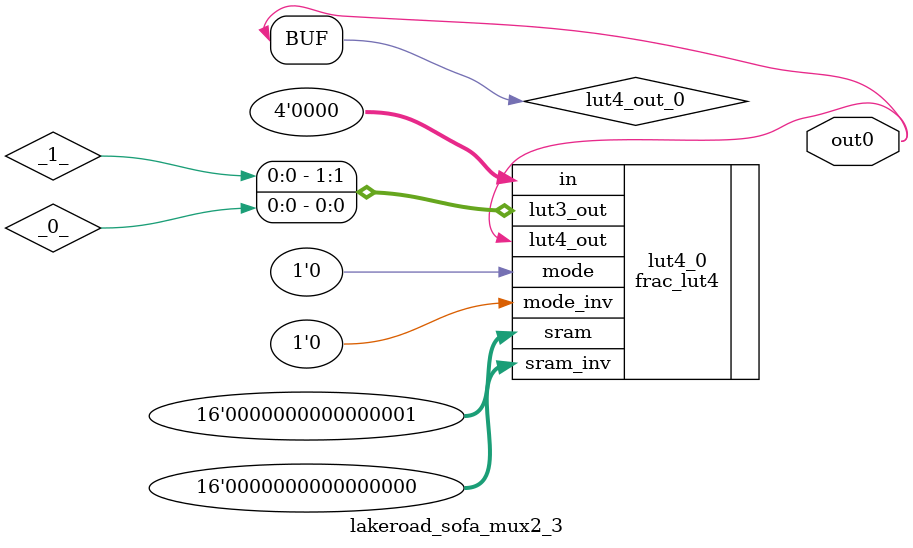
<source format=v>
/* Generated by Yosys 0.19 (git sha1 a45c131b37c, clang 13.1.6 -fPIC -Os) */

module lakeroad_sofa_mux2_3(out0);
  wire _0_;
  wire _1_;
  wire lut4_out_0;
  output out0;
  wire out0;
  frac_lut4 lut4_0 (
    .in(4'h0),
    .lut3_out({ _1_, _0_ }),
    .lut4_out(out0),
    .mode(1'h0),
    .mode_inv(1'h0),
    .sram(16'h0001),
    .sram_inv(16'h0000)
  );
  assign lut4_out_0 = out0;
endmodule


</source>
